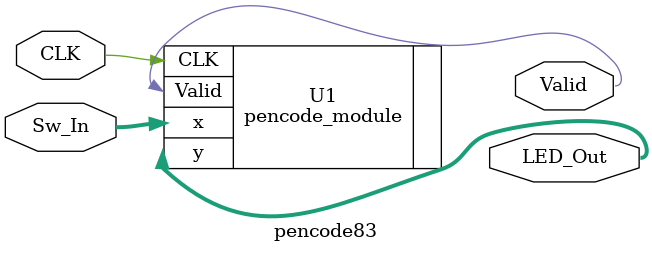
<source format=v>
module pencode83
(
	CLK, Sw_In, LED_Out, Valid
);
	 input CLK;
	 input wire [7:0]Sw_In;
	 output wire [2:0]LED_Out;
	 output wire Valid;		

	pencode_module U1
	(
		.CLK( CLK ) ,	// input  
		.x( Sw_In ) ,	// input [7:0] - from top
		.y( LED_Out ) ,	// output [2:0] - to top
		.Valid( Valid ) 	// output - to top
	);
	
endmodule 
</source>
